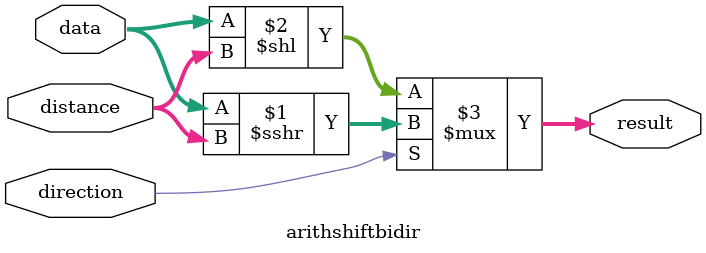
<source format=v>
module arithshiftbidir(distance,
                       data,
                       direction,
                       result);
   parameter             lpm_type = "LPM_CLSHIFT";
   parameter             lpm_shifttype = "ARITHMETIC";
   parameter             lpm_width = 32;
   parameter             lpm_widthdist = 5;
   input  wire [lpm_widthdist-1:0] distance;
   input  wire [lpm_width-1    :0] data;
   input  wire                     direction;
   output wire [lpm_width-1    :0] result;
   assign result = direction ? data >>> distance : data << distance;
endmodule
</source>
